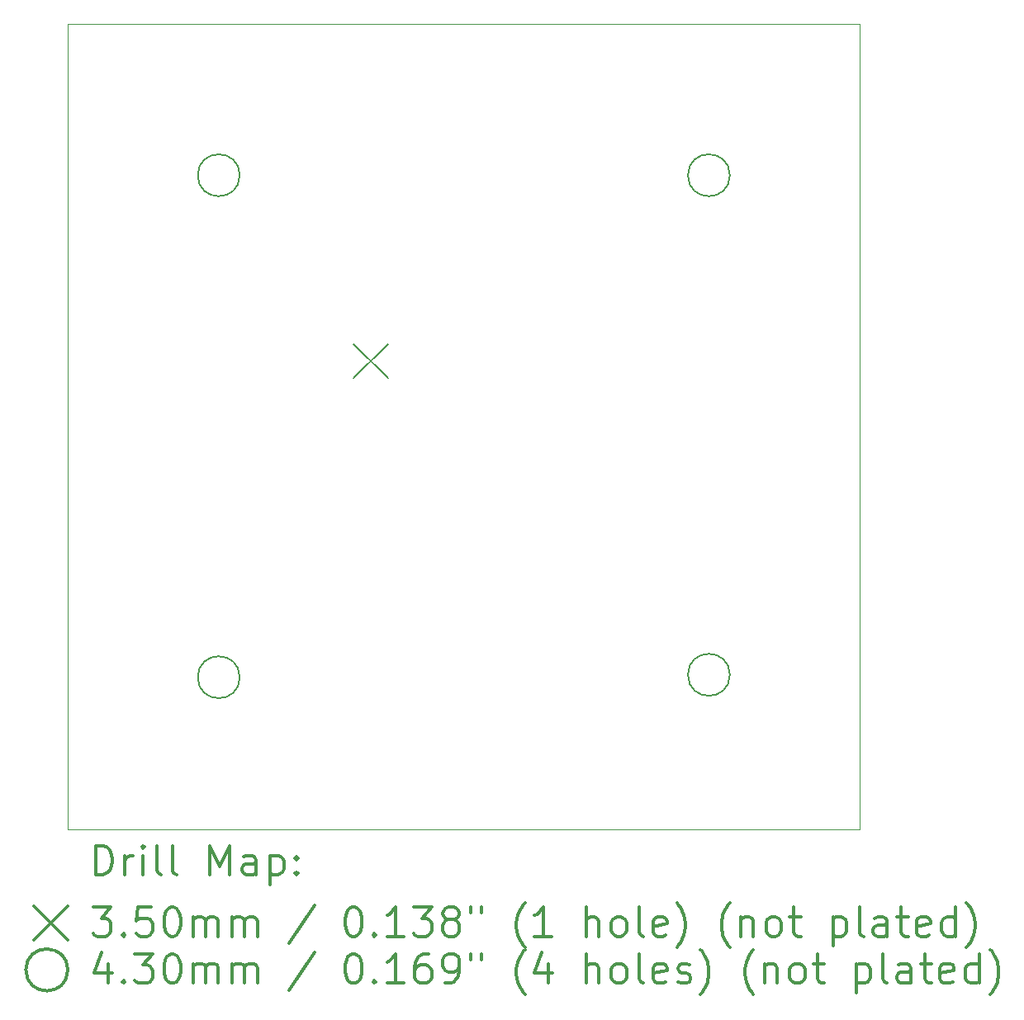
<source format=gbr>
%FSLAX45Y45*%
G04 Gerber Fmt 4.5, Leading zero omitted, Abs format (unit mm)*
G04 Created by KiCad (PCBNEW 5.1.4) date 2020-01-07 14:28:47*
%MOMM*%
%LPD*%
G04 APERTURE LIST*
%ADD10C,0.050000*%
%ADD11C,0.200000*%
%ADD12C,0.300000*%
G04 APERTURE END LIST*
D10*
X12200000Y5800000D02*
X4080000Y5800000D01*
X12200000Y-2460000D02*
X12200000Y5800000D01*
X4080000Y-2460000D02*
X12200000Y-2460000D01*
X4080000Y5800000D02*
X4080000Y-2460000D01*
D11*
X7009000Y2521000D02*
X7359000Y2171000D01*
X7359000Y2521000D02*
X7009000Y2171000D01*
X5840000Y-900000D02*
G75*
G03X5840000Y-900000I-215000J0D01*
G01*
X10865000Y4250000D02*
G75*
G03X10865000Y4250000I-215000J0D01*
G01*
X5840000Y4250000D02*
G75*
G03X5840000Y4250000I-215000J0D01*
G01*
X10865000Y-875000D02*
G75*
G03X10865000Y-875000I-215000J0D01*
G01*
D12*
X4363928Y-2928214D02*
X4363928Y-2628214D01*
X4435357Y-2628214D01*
X4478214Y-2642500D01*
X4506786Y-2671072D01*
X4521071Y-2699643D01*
X4535357Y-2756786D01*
X4535357Y-2799643D01*
X4521071Y-2856786D01*
X4506786Y-2885357D01*
X4478214Y-2913929D01*
X4435357Y-2928214D01*
X4363928Y-2928214D01*
X4663928Y-2928214D02*
X4663928Y-2728214D01*
X4663928Y-2785357D02*
X4678214Y-2756786D01*
X4692500Y-2742500D01*
X4721071Y-2728214D01*
X4749643Y-2728214D01*
X4849643Y-2928214D02*
X4849643Y-2728214D01*
X4849643Y-2628214D02*
X4835357Y-2642500D01*
X4849643Y-2656786D01*
X4863928Y-2642500D01*
X4849643Y-2628214D01*
X4849643Y-2656786D01*
X5035357Y-2928214D02*
X5006786Y-2913929D01*
X4992500Y-2885357D01*
X4992500Y-2628214D01*
X5192500Y-2928214D02*
X5163928Y-2913929D01*
X5149643Y-2885357D01*
X5149643Y-2628214D01*
X5535357Y-2928214D02*
X5535357Y-2628214D01*
X5635357Y-2842500D01*
X5735357Y-2628214D01*
X5735357Y-2928214D01*
X6006786Y-2928214D02*
X6006786Y-2771072D01*
X5992500Y-2742500D01*
X5963928Y-2728214D01*
X5906786Y-2728214D01*
X5878214Y-2742500D01*
X6006786Y-2913929D02*
X5978214Y-2928214D01*
X5906786Y-2928214D01*
X5878214Y-2913929D01*
X5863928Y-2885357D01*
X5863928Y-2856786D01*
X5878214Y-2828214D01*
X5906786Y-2813929D01*
X5978214Y-2813929D01*
X6006786Y-2799643D01*
X6149643Y-2728214D02*
X6149643Y-3028214D01*
X6149643Y-2742500D02*
X6178214Y-2728214D01*
X6235357Y-2728214D01*
X6263928Y-2742500D01*
X6278214Y-2756786D01*
X6292500Y-2785357D01*
X6292500Y-2871071D01*
X6278214Y-2899643D01*
X6263928Y-2913929D01*
X6235357Y-2928214D01*
X6178214Y-2928214D01*
X6149643Y-2913929D01*
X6421071Y-2899643D02*
X6435357Y-2913929D01*
X6421071Y-2928214D01*
X6406786Y-2913929D01*
X6421071Y-2899643D01*
X6421071Y-2928214D01*
X6421071Y-2742500D02*
X6435357Y-2756786D01*
X6421071Y-2771072D01*
X6406786Y-2756786D01*
X6421071Y-2742500D01*
X6421071Y-2771072D01*
X3727500Y-3247500D02*
X4077500Y-3597500D01*
X4077500Y-3247500D02*
X3727500Y-3597500D01*
X4335357Y-3258214D02*
X4521071Y-3258214D01*
X4421071Y-3372500D01*
X4463928Y-3372500D01*
X4492500Y-3386786D01*
X4506786Y-3401071D01*
X4521071Y-3429643D01*
X4521071Y-3501071D01*
X4506786Y-3529643D01*
X4492500Y-3543929D01*
X4463928Y-3558214D01*
X4378214Y-3558214D01*
X4349643Y-3543929D01*
X4335357Y-3529643D01*
X4649643Y-3529643D02*
X4663928Y-3543929D01*
X4649643Y-3558214D01*
X4635357Y-3543929D01*
X4649643Y-3529643D01*
X4649643Y-3558214D01*
X4935357Y-3258214D02*
X4792500Y-3258214D01*
X4778214Y-3401071D01*
X4792500Y-3386786D01*
X4821071Y-3372500D01*
X4892500Y-3372500D01*
X4921071Y-3386786D01*
X4935357Y-3401071D01*
X4949643Y-3429643D01*
X4949643Y-3501071D01*
X4935357Y-3529643D01*
X4921071Y-3543929D01*
X4892500Y-3558214D01*
X4821071Y-3558214D01*
X4792500Y-3543929D01*
X4778214Y-3529643D01*
X5135357Y-3258214D02*
X5163928Y-3258214D01*
X5192500Y-3272500D01*
X5206786Y-3286786D01*
X5221071Y-3315357D01*
X5235357Y-3372500D01*
X5235357Y-3443929D01*
X5221071Y-3501071D01*
X5206786Y-3529643D01*
X5192500Y-3543929D01*
X5163928Y-3558214D01*
X5135357Y-3558214D01*
X5106786Y-3543929D01*
X5092500Y-3529643D01*
X5078214Y-3501071D01*
X5063928Y-3443929D01*
X5063928Y-3372500D01*
X5078214Y-3315357D01*
X5092500Y-3286786D01*
X5106786Y-3272500D01*
X5135357Y-3258214D01*
X5363928Y-3558214D02*
X5363928Y-3358214D01*
X5363928Y-3386786D02*
X5378214Y-3372500D01*
X5406786Y-3358214D01*
X5449643Y-3358214D01*
X5478214Y-3372500D01*
X5492500Y-3401071D01*
X5492500Y-3558214D01*
X5492500Y-3401071D02*
X5506786Y-3372500D01*
X5535357Y-3358214D01*
X5578214Y-3358214D01*
X5606786Y-3372500D01*
X5621071Y-3401071D01*
X5621071Y-3558214D01*
X5763928Y-3558214D02*
X5763928Y-3358214D01*
X5763928Y-3386786D02*
X5778214Y-3372500D01*
X5806786Y-3358214D01*
X5849643Y-3358214D01*
X5878214Y-3372500D01*
X5892500Y-3401071D01*
X5892500Y-3558214D01*
X5892500Y-3401071D02*
X5906786Y-3372500D01*
X5935357Y-3358214D01*
X5978214Y-3358214D01*
X6006786Y-3372500D01*
X6021071Y-3401071D01*
X6021071Y-3558214D01*
X6606786Y-3243929D02*
X6349643Y-3629643D01*
X6992500Y-3258214D02*
X7021071Y-3258214D01*
X7049643Y-3272500D01*
X7063928Y-3286786D01*
X7078214Y-3315357D01*
X7092500Y-3372500D01*
X7092500Y-3443929D01*
X7078214Y-3501071D01*
X7063928Y-3529643D01*
X7049643Y-3543929D01*
X7021071Y-3558214D01*
X6992500Y-3558214D01*
X6963928Y-3543929D01*
X6949643Y-3529643D01*
X6935357Y-3501071D01*
X6921071Y-3443929D01*
X6921071Y-3372500D01*
X6935357Y-3315357D01*
X6949643Y-3286786D01*
X6963928Y-3272500D01*
X6992500Y-3258214D01*
X7221071Y-3529643D02*
X7235357Y-3543929D01*
X7221071Y-3558214D01*
X7206786Y-3543929D01*
X7221071Y-3529643D01*
X7221071Y-3558214D01*
X7521071Y-3558214D02*
X7349643Y-3558214D01*
X7435357Y-3558214D02*
X7435357Y-3258214D01*
X7406786Y-3301071D01*
X7378214Y-3329643D01*
X7349643Y-3343929D01*
X7621071Y-3258214D02*
X7806786Y-3258214D01*
X7706786Y-3372500D01*
X7749643Y-3372500D01*
X7778214Y-3386786D01*
X7792500Y-3401071D01*
X7806786Y-3429643D01*
X7806786Y-3501071D01*
X7792500Y-3529643D01*
X7778214Y-3543929D01*
X7749643Y-3558214D01*
X7663928Y-3558214D01*
X7635357Y-3543929D01*
X7621071Y-3529643D01*
X7978214Y-3386786D02*
X7949643Y-3372500D01*
X7935357Y-3358214D01*
X7921071Y-3329643D01*
X7921071Y-3315357D01*
X7935357Y-3286786D01*
X7949643Y-3272500D01*
X7978214Y-3258214D01*
X8035357Y-3258214D01*
X8063928Y-3272500D01*
X8078214Y-3286786D01*
X8092500Y-3315357D01*
X8092500Y-3329643D01*
X8078214Y-3358214D01*
X8063928Y-3372500D01*
X8035357Y-3386786D01*
X7978214Y-3386786D01*
X7949643Y-3401071D01*
X7935357Y-3415357D01*
X7921071Y-3443929D01*
X7921071Y-3501071D01*
X7935357Y-3529643D01*
X7949643Y-3543929D01*
X7978214Y-3558214D01*
X8035357Y-3558214D01*
X8063928Y-3543929D01*
X8078214Y-3529643D01*
X8092500Y-3501071D01*
X8092500Y-3443929D01*
X8078214Y-3415357D01*
X8063928Y-3401071D01*
X8035357Y-3386786D01*
X8206786Y-3258214D02*
X8206786Y-3315357D01*
X8321071Y-3258214D02*
X8321071Y-3315357D01*
X8763928Y-3672500D02*
X8749643Y-3658214D01*
X8721071Y-3615357D01*
X8706786Y-3586786D01*
X8692500Y-3543929D01*
X8678214Y-3472500D01*
X8678214Y-3415357D01*
X8692500Y-3343929D01*
X8706786Y-3301071D01*
X8721071Y-3272500D01*
X8749643Y-3229643D01*
X8763928Y-3215357D01*
X9035357Y-3558214D02*
X8863928Y-3558214D01*
X8949643Y-3558214D02*
X8949643Y-3258214D01*
X8921071Y-3301071D01*
X8892500Y-3329643D01*
X8863928Y-3343929D01*
X9392500Y-3558214D02*
X9392500Y-3258214D01*
X9521071Y-3558214D02*
X9521071Y-3401071D01*
X9506786Y-3372500D01*
X9478214Y-3358214D01*
X9435357Y-3358214D01*
X9406786Y-3372500D01*
X9392500Y-3386786D01*
X9706786Y-3558214D02*
X9678214Y-3543929D01*
X9663928Y-3529643D01*
X9649643Y-3501071D01*
X9649643Y-3415357D01*
X9663928Y-3386786D01*
X9678214Y-3372500D01*
X9706786Y-3358214D01*
X9749643Y-3358214D01*
X9778214Y-3372500D01*
X9792500Y-3386786D01*
X9806786Y-3415357D01*
X9806786Y-3501071D01*
X9792500Y-3529643D01*
X9778214Y-3543929D01*
X9749643Y-3558214D01*
X9706786Y-3558214D01*
X9978214Y-3558214D02*
X9949643Y-3543929D01*
X9935357Y-3515357D01*
X9935357Y-3258214D01*
X10206786Y-3543929D02*
X10178214Y-3558214D01*
X10121071Y-3558214D01*
X10092500Y-3543929D01*
X10078214Y-3515357D01*
X10078214Y-3401071D01*
X10092500Y-3372500D01*
X10121071Y-3358214D01*
X10178214Y-3358214D01*
X10206786Y-3372500D01*
X10221071Y-3401071D01*
X10221071Y-3429643D01*
X10078214Y-3458214D01*
X10321071Y-3672500D02*
X10335357Y-3658214D01*
X10363928Y-3615357D01*
X10378214Y-3586786D01*
X10392500Y-3543929D01*
X10406786Y-3472500D01*
X10406786Y-3415357D01*
X10392500Y-3343929D01*
X10378214Y-3301071D01*
X10363928Y-3272500D01*
X10335357Y-3229643D01*
X10321071Y-3215357D01*
X10863928Y-3672500D02*
X10849643Y-3658214D01*
X10821071Y-3615357D01*
X10806786Y-3586786D01*
X10792500Y-3543929D01*
X10778214Y-3472500D01*
X10778214Y-3415357D01*
X10792500Y-3343929D01*
X10806786Y-3301071D01*
X10821071Y-3272500D01*
X10849643Y-3229643D01*
X10863928Y-3215357D01*
X10978214Y-3358214D02*
X10978214Y-3558214D01*
X10978214Y-3386786D02*
X10992500Y-3372500D01*
X11021071Y-3358214D01*
X11063928Y-3358214D01*
X11092500Y-3372500D01*
X11106786Y-3401071D01*
X11106786Y-3558214D01*
X11292500Y-3558214D02*
X11263928Y-3543929D01*
X11249643Y-3529643D01*
X11235357Y-3501071D01*
X11235357Y-3415357D01*
X11249643Y-3386786D01*
X11263928Y-3372500D01*
X11292500Y-3358214D01*
X11335357Y-3358214D01*
X11363928Y-3372500D01*
X11378214Y-3386786D01*
X11392500Y-3415357D01*
X11392500Y-3501071D01*
X11378214Y-3529643D01*
X11363928Y-3543929D01*
X11335357Y-3558214D01*
X11292500Y-3558214D01*
X11478214Y-3358214D02*
X11592500Y-3358214D01*
X11521071Y-3258214D02*
X11521071Y-3515357D01*
X11535357Y-3543929D01*
X11563928Y-3558214D01*
X11592500Y-3558214D01*
X11921071Y-3358214D02*
X11921071Y-3658214D01*
X11921071Y-3372500D02*
X11949643Y-3358214D01*
X12006786Y-3358214D01*
X12035357Y-3372500D01*
X12049643Y-3386786D01*
X12063928Y-3415357D01*
X12063928Y-3501071D01*
X12049643Y-3529643D01*
X12035357Y-3543929D01*
X12006786Y-3558214D01*
X11949643Y-3558214D01*
X11921071Y-3543929D01*
X12235357Y-3558214D02*
X12206786Y-3543929D01*
X12192500Y-3515357D01*
X12192500Y-3258214D01*
X12478214Y-3558214D02*
X12478214Y-3401071D01*
X12463928Y-3372500D01*
X12435357Y-3358214D01*
X12378214Y-3358214D01*
X12349643Y-3372500D01*
X12478214Y-3543929D02*
X12449643Y-3558214D01*
X12378214Y-3558214D01*
X12349643Y-3543929D01*
X12335357Y-3515357D01*
X12335357Y-3486786D01*
X12349643Y-3458214D01*
X12378214Y-3443929D01*
X12449643Y-3443929D01*
X12478214Y-3429643D01*
X12578214Y-3358214D02*
X12692500Y-3358214D01*
X12621071Y-3258214D02*
X12621071Y-3515357D01*
X12635357Y-3543929D01*
X12663928Y-3558214D01*
X12692500Y-3558214D01*
X12906786Y-3543929D02*
X12878214Y-3558214D01*
X12821071Y-3558214D01*
X12792500Y-3543929D01*
X12778214Y-3515357D01*
X12778214Y-3401071D01*
X12792500Y-3372500D01*
X12821071Y-3358214D01*
X12878214Y-3358214D01*
X12906786Y-3372500D01*
X12921071Y-3401071D01*
X12921071Y-3429643D01*
X12778214Y-3458214D01*
X13178214Y-3558214D02*
X13178214Y-3258214D01*
X13178214Y-3543929D02*
X13149643Y-3558214D01*
X13092500Y-3558214D01*
X13063928Y-3543929D01*
X13049643Y-3529643D01*
X13035357Y-3501071D01*
X13035357Y-3415357D01*
X13049643Y-3386786D01*
X13063928Y-3372500D01*
X13092500Y-3358214D01*
X13149643Y-3358214D01*
X13178214Y-3372500D01*
X13292500Y-3672500D02*
X13306786Y-3658214D01*
X13335357Y-3615357D01*
X13349643Y-3586786D01*
X13363928Y-3543929D01*
X13378214Y-3472500D01*
X13378214Y-3415357D01*
X13363928Y-3343929D01*
X13349643Y-3301071D01*
X13335357Y-3272500D01*
X13306786Y-3229643D01*
X13292500Y-3215357D01*
X4077500Y-3902500D02*
G75*
G03X4077500Y-3902500I-215000J0D01*
G01*
X4492500Y-3838214D02*
X4492500Y-4038214D01*
X4421071Y-3723929D02*
X4349643Y-3938214D01*
X4535357Y-3938214D01*
X4649643Y-4009643D02*
X4663928Y-4023929D01*
X4649643Y-4038214D01*
X4635357Y-4023929D01*
X4649643Y-4009643D01*
X4649643Y-4038214D01*
X4763928Y-3738214D02*
X4949643Y-3738214D01*
X4849643Y-3852500D01*
X4892500Y-3852500D01*
X4921071Y-3866786D01*
X4935357Y-3881071D01*
X4949643Y-3909643D01*
X4949643Y-3981071D01*
X4935357Y-4009643D01*
X4921071Y-4023929D01*
X4892500Y-4038214D01*
X4806786Y-4038214D01*
X4778214Y-4023929D01*
X4763928Y-4009643D01*
X5135357Y-3738214D02*
X5163928Y-3738214D01*
X5192500Y-3752500D01*
X5206786Y-3766786D01*
X5221071Y-3795357D01*
X5235357Y-3852500D01*
X5235357Y-3923929D01*
X5221071Y-3981071D01*
X5206786Y-4009643D01*
X5192500Y-4023929D01*
X5163928Y-4038214D01*
X5135357Y-4038214D01*
X5106786Y-4023929D01*
X5092500Y-4009643D01*
X5078214Y-3981071D01*
X5063928Y-3923929D01*
X5063928Y-3852500D01*
X5078214Y-3795357D01*
X5092500Y-3766786D01*
X5106786Y-3752500D01*
X5135357Y-3738214D01*
X5363928Y-4038214D02*
X5363928Y-3838214D01*
X5363928Y-3866786D02*
X5378214Y-3852500D01*
X5406786Y-3838214D01*
X5449643Y-3838214D01*
X5478214Y-3852500D01*
X5492500Y-3881071D01*
X5492500Y-4038214D01*
X5492500Y-3881071D02*
X5506786Y-3852500D01*
X5535357Y-3838214D01*
X5578214Y-3838214D01*
X5606786Y-3852500D01*
X5621071Y-3881071D01*
X5621071Y-4038214D01*
X5763928Y-4038214D02*
X5763928Y-3838214D01*
X5763928Y-3866786D02*
X5778214Y-3852500D01*
X5806786Y-3838214D01*
X5849643Y-3838214D01*
X5878214Y-3852500D01*
X5892500Y-3881071D01*
X5892500Y-4038214D01*
X5892500Y-3881071D02*
X5906786Y-3852500D01*
X5935357Y-3838214D01*
X5978214Y-3838214D01*
X6006786Y-3852500D01*
X6021071Y-3881071D01*
X6021071Y-4038214D01*
X6606786Y-3723929D02*
X6349643Y-4109643D01*
X6992500Y-3738214D02*
X7021071Y-3738214D01*
X7049643Y-3752500D01*
X7063928Y-3766786D01*
X7078214Y-3795357D01*
X7092500Y-3852500D01*
X7092500Y-3923929D01*
X7078214Y-3981071D01*
X7063928Y-4009643D01*
X7049643Y-4023929D01*
X7021071Y-4038214D01*
X6992500Y-4038214D01*
X6963928Y-4023929D01*
X6949643Y-4009643D01*
X6935357Y-3981071D01*
X6921071Y-3923929D01*
X6921071Y-3852500D01*
X6935357Y-3795357D01*
X6949643Y-3766786D01*
X6963928Y-3752500D01*
X6992500Y-3738214D01*
X7221071Y-4009643D02*
X7235357Y-4023929D01*
X7221071Y-4038214D01*
X7206786Y-4023929D01*
X7221071Y-4009643D01*
X7221071Y-4038214D01*
X7521071Y-4038214D02*
X7349643Y-4038214D01*
X7435357Y-4038214D02*
X7435357Y-3738214D01*
X7406786Y-3781071D01*
X7378214Y-3809643D01*
X7349643Y-3823929D01*
X7778214Y-3738214D02*
X7721071Y-3738214D01*
X7692500Y-3752500D01*
X7678214Y-3766786D01*
X7649643Y-3809643D01*
X7635357Y-3866786D01*
X7635357Y-3981071D01*
X7649643Y-4009643D01*
X7663928Y-4023929D01*
X7692500Y-4038214D01*
X7749643Y-4038214D01*
X7778214Y-4023929D01*
X7792500Y-4009643D01*
X7806786Y-3981071D01*
X7806786Y-3909643D01*
X7792500Y-3881071D01*
X7778214Y-3866786D01*
X7749643Y-3852500D01*
X7692500Y-3852500D01*
X7663928Y-3866786D01*
X7649643Y-3881071D01*
X7635357Y-3909643D01*
X7949643Y-4038214D02*
X8006786Y-4038214D01*
X8035357Y-4023929D01*
X8049643Y-4009643D01*
X8078214Y-3966786D01*
X8092500Y-3909643D01*
X8092500Y-3795357D01*
X8078214Y-3766786D01*
X8063928Y-3752500D01*
X8035357Y-3738214D01*
X7978214Y-3738214D01*
X7949643Y-3752500D01*
X7935357Y-3766786D01*
X7921071Y-3795357D01*
X7921071Y-3866786D01*
X7935357Y-3895357D01*
X7949643Y-3909643D01*
X7978214Y-3923929D01*
X8035357Y-3923929D01*
X8063928Y-3909643D01*
X8078214Y-3895357D01*
X8092500Y-3866786D01*
X8206786Y-3738214D02*
X8206786Y-3795357D01*
X8321071Y-3738214D02*
X8321071Y-3795357D01*
X8763928Y-4152500D02*
X8749643Y-4138214D01*
X8721071Y-4095357D01*
X8706786Y-4066786D01*
X8692500Y-4023929D01*
X8678214Y-3952500D01*
X8678214Y-3895357D01*
X8692500Y-3823929D01*
X8706786Y-3781071D01*
X8721071Y-3752500D01*
X8749643Y-3709643D01*
X8763928Y-3695357D01*
X9006786Y-3838214D02*
X9006786Y-4038214D01*
X8935357Y-3723929D02*
X8863928Y-3938214D01*
X9049643Y-3938214D01*
X9392500Y-4038214D02*
X9392500Y-3738214D01*
X9521071Y-4038214D02*
X9521071Y-3881071D01*
X9506786Y-3852500D01*
X9478214Y-3838214D01*
X9435357Y-3838214D01*
X9406786Y-3852500D01*
X9392500Y-3866786D01*
X9706786Y-4038214D02*
X9678214Y-4023929D01*
X9663928Y-4009643D01*
X9649643Y-3981071D01*
X9649643Y-3895357D01*
X9663928Y-3866786D01*
X9678214Y-3852500D01*
X9706786Y-3838214D01*
X9749643Y-3838214D01*
X9778214Y-3852500D01*
X9792500Y-3866786D01*
X9806786Y-3895357D01*
X9806786Y-3981071D01*
X9792500Y-4009643D01*
X9778214Y-4023929D01*
X9749643Y-4038214D01*
X9706786Y-4038214D01*
X9978214Y-4038214D02*
X9949643Y-4023929D01*
X9935357Y-3995357D01*
X9935357Y-3738214D01*
X10206786Y-4023929D02*
X10178214Y-4038214D01*
X10121071Y-4038214D01*
X10092500Y-4023929D01*
X10078214Y-3995357D01*
X10078214Y-3881071D01*
X10092500Y-3852500D01*
X10121071Y-3838214D01*
X10178214Y-3838214D01*
X10206786Y-3852500D01*
X10221071Y-3881071D01*
X10221071Y-3909643D01*
X10078214Y-3938214D01*
X10335357Y-4023929D02*
X10363928Y-4038214D01*
X10421071Y-4038214D01*
X10449643Y-4023929D01*
X10463928Y-3995357D01*
X10463928Y-3981071D01*
X10449643Y-3952500D01*
X10421071Y-3938214D01*
X10378214Y-3938214D01*
X10349643Y-3923929D01*
X10335357Y-3895357D01*
X10335357Y-3881071D01*
X10349643Y-3852500D01*
X10378214Y-3838214D01*
X10421071Y-3838214D01*
X10449643Y-3852500D01*
X10563928Y-4152500D02*
X10578214Y-4138214D01*
X10606786Y-4095357D01*
X10621071Y-4066786D01*
X10635357Y-4023929D01*
X10649643Y-3952500D01*
X10649643Y-3895357D01*
X10635357Y-3823929D01*
X10621071Y-3781071D01*
X10606786Y-3752500D01*
X10578214Y-3709643D01*
X10563928Y-3695357D01*
X11106786Y-4152500D02*
X11092500Y-4138214D01*
X11063928Y-4095357D01*
X11049643Y-4066786D01*
X11035357Y-4023929D01*
X11021071Y-3952500D01*
X11021071Y-3895357D01*
X11035357Y-3823929D01*
X11049643Y-3781071D01*
X11063928Y-3752500D01*
X11092500Y-3709643D01*
X11106786Y-3695357D01*
X11221071Y-3838214D02*
X11221071Y-4038214D01*
X11221071Y-3866786D02*
X11235357Y-3852500D01*
X11263928Y-3838214D01*
X11306786Y-3838214D01*
X11335357Y-3852500D01*
X11349643Y-3881071D01*
X11349643Y-4038214D01*
X11535357Y-4038214D02*
X11506786Y-4023929D01*
X11492500Y-4009643D01*
X11478214Y-3981071D01*
X11478214Y-3895357D01*
X11492500Y-3866786D01*
X11506786Y-3852500D01*
X11535357Y-3838214D01*
X11578214Y-3838214D01*
X11606786Y-3852500D01*
X11621071Y-3866786D01*
X11635357Y-3895357D01*
X11635357Y-3981071D01*
X11621071Y-4009643D01*
X11606786Y-4023929D01*
X11578214Y-4038214D01*
X11535357Y-4038214D01*
X11721071Y-3838214D02*
X11835357Y-3838214D01*
X11763928Y-3738214D02*
X11763928Y-3995357D01*
X11778214Y-4023929D01*
X11806786Y-4038214D01*
X11835357Y-4038214D01*
X12163928Y-3838214D02*
X12163928Y-4138214D01*
X12163928Y-3852500D02*
X12192500Y-3838214D01*
X12249643Y-3838214D01*
X12278214Y-3852500D01*
X12292500Y-3866786D01*
X12306786Y-3895357D01*
X12306786Y-3981071D01*
X12292500Y-4009643D01*
X12278214Y-4023929D01*
X12249643Y-4038214D01*
X12192500Y-4038214D01*
X12163928Y-4023929D01*
X12478214Y-4038214D02*
X12449643Y-4023929D01*
X12435357Y-3995357D01*
X12435357Y-3738214D01*
X12721071Y-4038214D02*
X12721071Y-3881071D01*
X12706786Y-3852500D01*
X12678214Y-3838214D01*
X12621071Y-3838214D01*
X12592500Y-3852500D01*
X12721071Y-4023929D02*
X12692500Y-4038214D01*
X12621071Y-4038214D01*
X12592500Y-4023929D01*
X12578214Y-3995357D01*
X12578214Y-3966786D01*
X12592500Y-3938214D01*
X12621071Y-3923929D01*
X12692500Y-3923929D01*
X12721071Y-3909643D01*
X12821071Y-3838214D02*
X12935357Y-3838214D01*
X12863928Y-3738214D02*
X12863928Y-3995357D01*
X12878214Y-4023929D01*
X12906786Y-4038214D01*
X12935357Y-4038214D01*
X13149643Y-4023929D02*
X13121071Y-4038214D01*
X13063928Y-4038214D01*
X13035357Y-4023929D01*
X13021071Y-3995357D01*
X13021071Y-3881071D01*
X13035357Y-3852500D01*
X13063928Y-3838214D01*
X13121071Y-3838214D01*
X13149643Y-3852500D01*
X13163928Y-3881071D01*
X13163928Y-3909643D01*
X13021071Y-3938214D01*
X13421071Y-4038214D02*
X13421071Y-3738214D01*
X13421071Y-4023929D02*
X13392500Y-4038214D01*
X13335357Y-4038214D01*
X13306786Y-4023929D01*
X13292500Y-4009643D01*
X13278214Y-3981071D01*
X13278214Y-3895357D01*
X13292500Y-3866786D01*
X13306786Y-3852500D01*
X13335357Y-3838214D01*
X13392500Y-3838214D01*
X13421071Y-3852500D01*
X13535357Y-4152500D02*
X13549643Y-4138214D01*
X13578214Y-4095357D01*
X13592500Y-4066786D01*
X13606786Y-4023929D01*
X13621071Y-3952500D01*
X13621071Y-3895357D01*
X13606786Y-3823929D01*
X13592500Y-3781071D01*
X13578214Y-3752500D01*
X13549643Y-3709643D01*
X13535357Y-3695357D01*
M02*

</source>
